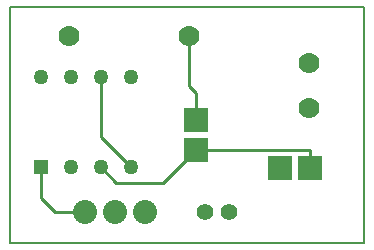
<source format=gbr>
G04 PROTEUS GERBER X2 FILE*
%TF.GenerationSoftware,Labcenter,Proteus,8.6-SP2-Build23525*%
%TF.CreationDate,2021-09-07T15:34:43+00:00*%
%TF.FileFunction,Copper,L2,Bot*%
%TF.FilePolarity,Positive*%
%TF.Part,Single*%
%FSLAX45Y45*%
%MOMM*%
G01*
%TA.AperFunction,Conductor*%
%ADD10C,0.254000*%
%TA.AperFunction,ComponentPad*%
%ADD11R,1.270000X1.270000*%
%ADD12C,1.270000*%
%TA.AperFunction,ComponentPad*%
%ADD13C,1.778000*%
%TA.AperFunction,ComponentPad*%
%ADD14C,2.032000*%
%TA.AperFunction,ComponentPad*%
%ADD15R,2.032000X2.032000*%
%TA.AperFunction,WasherPad*%
%ADD16C,1.397000*%
%TA.AperFunction,Profile*%
%ADD17C,0.203200*%
%TD.AperFunction*%
D10*
X+1020000Y+639000D02*
X+766000Y+893000D01*
X+766000Y+1401000D01*
X+1576000Y+790000D02*
X+2540000Y+790000D01*
X+2540000Y+635000D01*
X+1576000Y+790000D02*
X+1294000Y+508000D01*
X+897000Y+508000D01*
X+766000Y+639000D01*
X+635000Y+258000D02*
X+381000Y+258000D01*
X+258000Y+381000D01*
X+258000Y+639000D01*
X+1576000Y+1044000D02*
X+1576000Y+1270000D01*
X+1516000Y+1330000D01*
X+1516000Y+1750000D01*
D11*
X+258000Y+639000D03*
D12*
X+512000Y+639000D03*
X+766000Y+639000D03*
X+1020000Y+639000D03*
X+1020000Y+1401000D03*
X+766000Y+1401000D03*
X+512000Y+1401000D03*
X+258000Y+1401000D03*
D13*
X+2528000Y+1139000D03*
X+2528000Y+1520000D03*
D14*
X+635000Y+258000D03*
X+1143000Y+258000D03*
X+889000Y+258000D03*
D15*
X+2540000Y+635000D03*
X+2286000Y+635000D03*
D16*
X+1651000Y+258000D03*
X+1851000Y+258000D03*
D15*
X+1576000Y+1044000D03*
X+1576000Y+790000D03*
D13*
X+500000Y+1750000D03*
X+1516000Y+1750000D03*
D17*
X+0Y+0D02*
X+3000000Y+0D01*
X+3000000Y+2000000D01*
X+0Y+2000000D01*
X+0Y+0D01*
M02*

</source>
